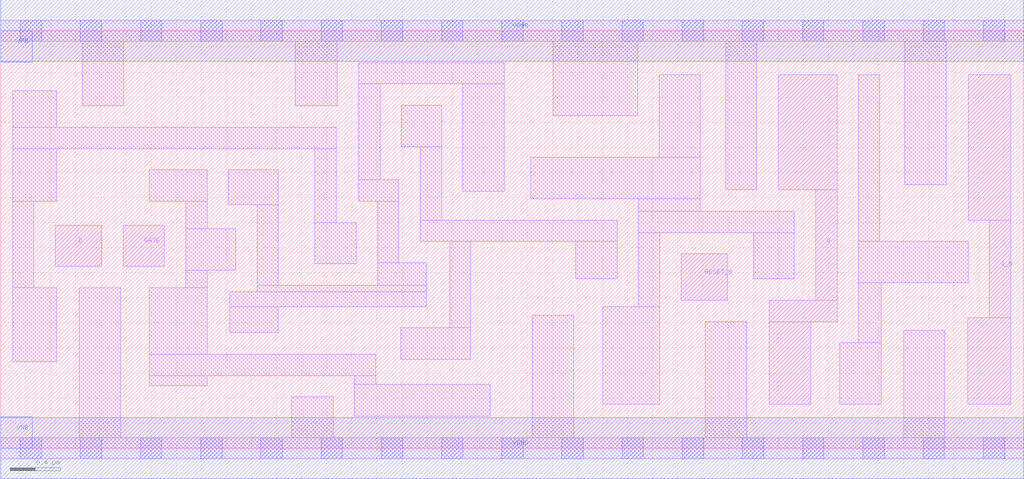
<source format=lef>
# Copyright 2020 The SkyWater PDK Authors
#
# Licensed under the Apache License, Version 2.0 (the "License");
# you may not use this file except in compliance with the License.
# You may obtain a copy of the License at
#
#     https://www.apache.org/licenses/LICENSE-2.0
#
# Unless required by applicable law or agreed to in writing, software
# distributed under the License is distributed on an "AS IS" BASIS,
# WITHOUT WARRANTIES OR CONDITIONS OF ANY KIND, either express or implied.
# See the License for the specific language governing permissions and
# limitations under the License.
#
# SPDX-License-Identifier: Apache-2.0

VERSION 5.5 ;
NAMESCASESENSITIVE ON ;
BUSBITCHARS "[]" ;
DIVIDERCHAR "/" ;
MACRO sky130_fd_sc_hs__dlrbp_1
  CLASS CORE ;
  SOURCE USER ;
  ORIGIN  0.000000  0.000000 ;
  SIZE  8.160000 BY  3.330000 ;
  SYMMETRY X Y ;
  SITE unit ;
  PIN D
    ANTENNAGATEAREA  0.208000 ;
    DIRECTION INPUT ;
    USE SIGNAL ;
    PORT
      LAYER li1 ;
        RECT 0.435000 1.450000 0.805000 1.780000 ;
    END
  END D
  PIN Q
    ANTENNADIFFAREA  0.541300 ;
    DIRECTION OUTPUT ;
    USE SIGNAL ;
    PORT
      LAYER li1 ;
        RECT 6.130000 0.350000 6.460000 1.010000 ;
        RECT 6.130000 1.010000 6.670000 1.180000 ;
        RECT 6.200000 2.060000 6.670000 2.980000 ;
        RECT 6.500000 1.180000 6.670000 2.060000 ;
    END
  END Q
  PIN Q_N
    ANTENNADIFFAREA  0.604200 ;
    DIRECTION OUTPUT ;
    USE SIGNAL ;
    PORT
      LAYER li1 ;
        RECT 7.710000 0.350000 8.055000 1.040000 ;
        RECT 7.715000 1.820000 8.055000 2.980000 ;
        RECT 7.885000 1.040000 8.055000 1.820000 ;
    END
  END Q_N
  PIN RESET_B
    ANTENNAGATEAREA  0.279000 ;
    DIRECTION INPUT ;
    USE SIGNAL ;
    PORT
      LAYER li1 ;
        RECT 5.425000 1.180000 5.795000 1.550000 ;
    END
  END RESET_B
  PIN GATE
    ANTENNAGATEAREA  0.237000 ;
    DIRECTION INPUT ;
    USE CLOCK ;
    PORT
      LAYER li1 ;
        RECT 0.975000 1.450000 1.305000 1.780000 ;
    END
  END GATE
  PIN VGND
    DIRECTION INOUT ;
    USE GROUND ;
    PORT
      LAYER met1 ;
        RECT 0.000000 -0.245000 8.160000 0.245000 ;
    END
  END VGND
  PIN VNB
    DIRECTION INOUT ;
    USE GROUND ;
    PORT
      LAYER met1 ;
        RECT 0.000000 0.000000 0.250000 0.250000 ;
    END
  END VNB
  PIN VPB
    DIRECTION INOUT ;
    USE POWER ;
    PORT
      LAYER met1 ;
        RECT 0.000000 3.080000 0.250000 3.330000 ;
    END
  END VPB
  PIN VPWR
    DIRECTION INOUT ;
    USE POWER ;
    PORT
      LAYER met1 ;
        RECT 0.000000 3.085000 8.160000 3.575000 ;
    END
  END VPWR
  OBS
    LAYER li1 ;
      RECT 0.000000 -0.085000 8.160000 0.085000 ;
      RECT 0.000000  3.245000 8.160000 3.415000 ;
      RECT 0.095000  0.690000 0.445000 1.280000 ;
      RECT 0.095000  1.280000 0.265000 1.970000 ;
      RECT 0.095000  1.970000 0.445000 2.390000 ;
      RECT 0.095000  2.390000 2.675000 2.560000 ;
      RECT 0.095000  2.560000 0.445000 2.850000 ;
      RECT 0.625000  0.085000 0.955000 1.280000 ;
      RECT 0.650000  2.730000 0.980000 3.245000 ;
      RECT 1.185000  0.500000 1.645000 0.580000 ;
      RECT 1.185000  0.580000 2.990000 0.750000 ;
      RECT 1.185000  0.750000 1.645000 1.280000 ;
      RECT 1.185000  1.970000 1.645000 2.220000 ;
      RECT 1.475000  1.280000 1.645000 1.420000 ;
      RECT 1.475000  1.420000 1.875000 1.750000 ;
      RECT 1.475000  1.750000 1.645000 1.970000 ;
      RECT 1.815000  1.940000 2.215000 2.220000 ;
      RECT 1.825000  0.920000 2.215000 1.130000 ;
      RECT 1.825000  1.130000 3.395000 1.250000 ;
      RECT 2.045000  1.250000 3.395000 1.300000 ;
      RECT 2.045000  1.300000 2.215000 1.940000 ;
      RECT 2.320000  0.085000 2.650000 0.410000 ;
      RECT 2.350000  2.730000 2.685000 3.245000 ;
      RECT 2.505000  1.470000 2.835000 1.800000 ;
      RECT 2.505000  1.800000 2.675000 2.390000 ;
      RECT 2.820000  0.255000 3.905000 0.510000 ;
      RECT 2.820000  0.510000 2.990000 0.580000 ;
      RECT 2.855000  1.970000 3.175000 2.140000 ;
      RECT 2.855000  2.140000 3.025000 2.905000 ;
      RECT 2.855000  2.905000 4.015000 3.075000 ;
      RECT 3.005000  1.300000 3.395000 1.480000 ;
      RECT 3.005000  1.480000 3.175000 1.970000 ;
      RECT 3.190000  0.710000 3.750000 0.960000 ;
      RECT 3.195000  2.405000 3.515000 2.735000 ;
      RECT 3.345000  1.650000 4.915000 1.820000 ;
      RECT 3.345000  1.820000 3.515000 2.405000 ;
      RECT 3.580000  0.960000 3.750000 1.650000 ;
      RECT 3.685000  2.050000 4.015000 2.905000 ;
      RECT 4.225000  1.990000 5.580000 2.320000 ;
      RECT 4.240000  0.085000 4.570000 1.060000 ;
      RECT 4.405000  2.650000 5.080000 3.245000 ;
      RECT 4.585000  1.350000 4.915000 1.650000 ;
      RECT 4.800000  0.350000 5.255000 1.130000 ;
      RECT 5.085000  1.130000 5.255000 1.720000 ;
      RECT 5.085000  1.720000 6.330000 1.890000 ;
      RECT 5.085000  1.890000 5.580000 1.990000 ;
      RECT 5.250000  2.320000 5.580000 2.980000 ;
      RECT 5.620000  0.085000 5.950000 1.010000 ;
      RECT 5.780000  2.060000 6.030000 3.245000 ;
      RECT 6.005000  1.350000 6.330000 1.720000 ;
      RECT 6.690000  0.350000 7.020000 0.840000 ;
      RECT 6.840000  0.840000 7.020000 1.320000 ;
      RECT 6.840000  1.320000 7.715000 1.650000 ;
      RECT 6.840000  1.650000 7.010000 2.980000 ;
      RECT 7.200000  0.085000 7.530000 0.940000 ;
      RECT 7.210000  2.100000 7.540000 3.245000 ;
    LAYER mcon ;
      RECT 0.155000 -0.085000 0.325000 0.085000 ;
      RECT 0.155000  3.245000 0.325000 3.415000 ;
      RECT 0.635000 -0.085000 0.805000 0.085000 ;
      RECT 0.635000  3.245000 0.805000 3.415000 ;
      RECT 1.115000 -0.085000 1.285000 0.085000 ;
      RECT 1.115000  3.245000 1.285000 3.415000 ;
      RECT 1.595000 -0.085000 1.765000 0.085000 ;
      RECT 1.595000  3.245000 1.765000 3.415000 ;
      RECT 2.075000 -0.085000 2.245000 0.085000 ;
      RECT 2.075000  3.245000 2.245000 3.415000 ;
      RECT 2.555000 -0.085000 2.725000 0.085000 ;
      RECT 2.555000  3.245000 2.725000 3.415000 ;
      RECT 3.035000 -0.085000 3.205000 0.085000 ;
      RECT 3.035000  3.245000 3.205000 3.415000 ;
      RECT 3.515000 -0.085000 3.685000 0.085000 ;
      RECT 3.515000  3.245000 3.685000 3.415000 ;
      RECT 3.995000 -0.085000 4.165000 0.085000 ;
      RECT 3.995000  3.245000 4.165000 3.415000 ;
      RECT 4.475000 -0.085000 4.645000 0.085000 ;
      RECT 4.475000  3.245000 4.645000 3.415000 ;
      RECT 4.955000 -0.085000 5.125000 0.085000 ;
      RECT 4.955000  3.245000 5.125000 3.415000 ;
      RECT 5.435000 -0.085000 5.605000 0.085000 ;
      RECT 5.435000  3.245000 5.605000 3.415000 ;
      RECT 5.915000 -0.085000 6.085000 0.085000 ;
      RECT 5.915000  3.245000 6.085000 3.415000 ;
      RECT 6.395000 -0.085000 6.565000 0.085000 ;
      RECT 6.395000  3.245000 6.565000 3.415000 ;
      RECT 6.875000 -0.085000 7.045000 0.085000 ;
      RECT 6.875000  3.245000 7.045000 3.415000 ;
      RECT 7.355000 -0.085000 7.525000 0.085000 ;
      RECT 7.355000  3.245000 7.525000 3.415000 ;
      RECT 7.835000 -0.085000 8.005000 0.085000 ;
      RECT 7.835000  3.245000 8.005000 3.415000 ;
  END
END sky130_fd_sc_hs__dlrbp_1

</source>
